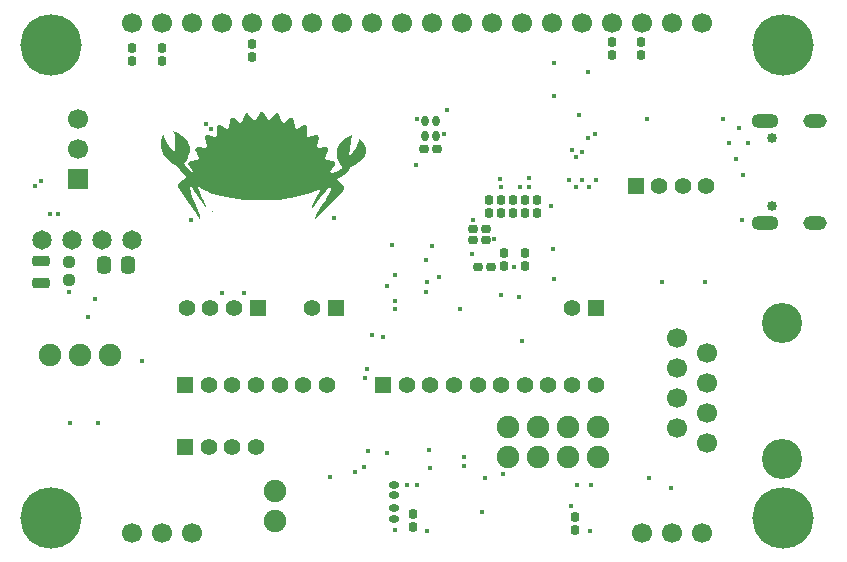
<source format=gbs>
%FSLAX46Y46*%
%MOMM*%
%ADD36C,0.000000*%
%AMPS33*
1,1,1.700000,0.000000,0.000000*
%
%ADD33PS33*%
%AMPS21*
1,1,1.700000,0.000000,0.000000*
%
%ADD21PS21*%
%AMPS14*
1,1,1.400000,0.000000,0.000000*
%
%ADD14PS14*%
%AMPS17*
1,1,1.400000,0.000000,0.000000*
%
%ADD17PS17*%
%AMPS32*
1,1,1.650000,0.000000,0.000000*
%
%ADD32PS32*%
%AMPS24*
1,1,1.900000,0.000000,0.000000*
%
%ADD24PS24*%
%AMPS31*
1,1,1.900000,0.000000,0.000000*
%
%ADD31PS31*%
%AMPS19*
1,1,1.700000,0.000000,0.000000*
%
%ADD19PS19*%
%AMPS35*
1,1,0.400000,0.000000,0.000000*
%
%ADD35PS35*%
%AMPS29*
21,1,1.100000,1.200000,0.000000,0.000000,180.000000*
1,1,1.200000,-0.550000,0.000000*
1,1,1.200000,0.550000,0.000000*
%
%ADD29PS29*%
%AMPS28*
21,1,0.800000,1.200000,0.000000,0.000000,180.000000*
1,1,1.200000,-0.400000,0.000000*
1,1,1.200000,0.400000,0.000000*
%
%ADD28PS28*%
%AMPS27*
1,1,0.850000,0.000000,0.000000*
%
%ADD27PS27*%
%AMPS22*
1,1,3.400000,0.000000,0.000000*
%
%ADD22PS22*%
%AMPS30*
1,1,0.700000,-0.250000,-0.375000*
1,1,0.700000,0.250000,0.375000*
1,1,0.700000,0.250000,-0.375000*
1,1,0.700000,-0.250000,0.375000*
21,1,1.200000,0.750000,0.000000,0.000000,180.000000*
21,1,0.500000,1.450000,0.000000,0.000000,180.000000*
%
%ADD30PS30*%
%AMPS11*
1,1,0.440000,0.180000,0.130000*
1,1,0.440000,-0.180000,-0.130000*
1,1,0.440000,-0.180000,0.130000*
1,1,0.440000,0.180000,-0.130000*
21,1,0.800000,0.260000,0.000000,0.000000,360.000000*
21,1,0.360000,0.700000,0.000000,0.000000,360.000000*
%
%ADD11PS11*%
%AMPS26*
1,1,0.440000,0.130000,-0.180000*
1,1,0.440000,-0.130000,0.180000*
1,1,0.440000,0.130000,0.180000*
1,1,0.440000,-0.130000,-0.180000*
21,1,0.800000,0.260000,0.000000,0.000000,270.000000*
21,1,0.360000,0.700000,0.000000,0.000000,270.000000*
%
%ADD26PS26*%
%AMPS20*
1,1,0.440000,-0.180000,-0.130000*
1,1,0.440000,0.180000,0.130000*
1,1,0.440000,0.180000,-0.130000*
1,1,0.440000,-0.180000,0.130000*
21,1,0.800000,0.260000,0.000000,0.000000,180.000000*
21,1,0.360000,0.700000,0.000000,0.000000,180.000000*
%
%ADD20PS20*%
%AMPS12*
1,1,0.440000,-0.130000,0.180000*
1,1,0.440000,0.130000,-0.180000*
1,1,0.440000,-0.130000,-0.180000*
1,1,0.440000,0.130000,0.180000*
21,1,0.800000,0.260000,0.000000,0.000000,90.000000*
21,1,0.360000,0.700000,0.000000,0.000000,90.000000*
%
%ADD12PS12*%
%AMPS25*
1,1,0.540000,0.480000,-0.180000*
1,1,0.540000,-0.480000,0.180000*
1,1,0.540000,0.480000,0.180000*
1,1,0.540000,-0.480000,-0.180000*
21,1,0.900000,0.960000,0.000000,0.000000,270.000000*
21,1,0.360000,1.500000,0.000000,0.000000,270.000000*
%
%ADD25PS25*%
%AMPS13*
1,1,0.560000,0.195000,-0.220000*
1,1,0.560000,-0.195000,0.220000*
1,1,0.560000,0.195000,0.220000*
1,1,0.560000,-0.195000,-0.220000*
21,1,1.000000,0.390000,0.000000,0.000000,270.000000*
21,1,0.440000,0.950000,0.000000,0.000000,270.000000*
%
%ADD13PS13*%
%AMPS16*
1,1,0.400000,-0.100000,-0.200000*
1,1,0.400000,0.100000,0.200000*
1,1,0.400000,0.100000,-0.200000*
1,1,0.400000,-0.100000,0.200000*
21,1,0.600000,0.400000,0.000000,0.000000,180.000000*
21,1,0.200000,0.800000,0.000000,0.000000,180.000000*
%
%ADD16PS16*%
%AMPS23*
1,1,0.400000,-0.200000,0.100000*
1,1,0.400000,0.200000,-0.100000*
1,1,0.400000,-0.200000,-0.100000*
1,1,0.400000,0.200000,0.100000*
21,1,0.600000,0.400000,0.000000,0.000000,90.000000*
21,1,0.200000,0.800000,0.000000,0.000000,90.000000*
%
%ADD23PS23*%
%AMPS15*
21,1,1.400000,1.400000,0.000000,0.000000,0.000000*
%
%ADD15PS15*%
%AMPS18*
21,1,1.400000,1.400000,0.000000,0.000000,180.000000*
%
%ADD18PS18*%
%AMPS34*
21,1,1.700000,1.700000,0.000000,0.000000,90.000000*
%
%ADD34PS34*%
%AMPS10*
1,1,5.200000,0.000000,0.000000*
%
%ADD10PS10*%
G01*
%LPD*%
G36*
X-17808971Y12401839D02*
X-17760601Y12409526D01*
X-17711220Y12404252D01*
X-17064449Y12245224D01*
X-16936958Y12354591D01*
X-16960189Y13047039D01*
X-16955643Y13098608D01*
X-16939034Y13146585D01*
X-16911370Y13188671D01*
X-16873885Y13222676D01*
X-16829387Y13245795D01*
X-16781578Y13256288D01*
X-16732814Y13253931D01*
X-16685342Y13238668D01*
X-16082003Y12951757D01*
X-15935097Y13033964D01*
X-15828480Y13716367D01*
X-15814282Y13765916D01*
X-15788975Y13809573D01*
X-15754017Y13845262D01*
X-15710921Y13871018D01*
X-15663055Y13884598D01*
X-15614179Y13885159D01*
X-15566764Y13872870D01*
X-15523163Y13848236D01*
X-14985197Y13444607D01*
X-14825216Y13495166D01*
X-14593352Y14142273D01*
X-14570177Y14188231D01*
X-14537238Y14225940D01*
X-14496275Y14253828D01*
X-14449083Y14270326D01*
X-14399534Y14273749D01*
X-14351556Y14264266D01*
X-14307338Y14242718D01*
X-14269237Y14209723D01*
X-13816396Y13703237D01*
X-13651982Y13720015D01*
X-13302335Y14309045D01*
X-13271023Y14349223D01*
X-13231687Y14379412D01*
X-13186291Y14398379D01*
X-13136967Y14405000D01*
X-13087755Y14398379D01*
X-13042414Y14379412D01*
X-13003079Y14349223D01*
X-12971878Y14309045D01*
X-12622175Y13720015D01*
X-12457537Y13703237D01*
X-12004752Y14209723D01*
X-11966538Y14242718D01*
X-11922265Y14264266D01*
X-11874231Y14273749D01*
X-11824738Y14270326D01*
X-11777602Y14253772D01*
X-11736639Y14225883D01*
X-11703756Y14188175D01*
X-11680637Y14142273D01*
X-11448605Y13495166D01*
X-11288568Y13444607D01*
X-10750771Y13848236D01*
X-10707058Y13872982D01*
X-10659585Y13885215D01*
X-10610653Y13884710D01*
X-10562732Y13871018D01*
X-10519692Y13845262D01*
X-10484733Y13809573D01*
X-10459426Y13765916D01*
X-10445229Y13716367D01*
X-10338556Y13033964D01*
X-10191650Y12951757D01*
X-9588366Y13238668D01*
X-9540894Y13253987D01*
X-9492019Y13256288D01*
X-9444153Y13245795D01*
X-9399712Y13222676D01*
X-9362283Y13188671D01*
X-9334675Y13146585D01*
X-9318009Y13098608D01*
X-9313520Y13047039D01*
X-9336639Y12354591D01*
X-9209147Y12245224D01*
X-8562489Y12404252D01*
X-8512996Y12409526D01*
X-8464626Y12401783D01*
X-8419678Y12381806D01*
X-8380398Y12350214D01*
X-8349928Y12309139D01*
X-8330793Y12262226D01*
X-8323443Y12211836D01*
X-8328549Y12160267D01*
X-8480842Y11485720D01*
X-8376302Y11353066D01*
X-7712248Y11377195D01*
X-7662924Y11372201D01*
X-7616967Y11354918D01*
X-7576565Y11326244D01*
X-7543851Y11287244D01*
X-7521741Y11240950D01*
X-7511697Y11191065D01*
X-7513941Y11140057D01*
X-7528587Y11090452D01*
X-7803658Y10461133D01*
X-7724874Y10307941D01*
X-7070640Y10196891D01*
X-7023055Y10182189D01*
X-6981250Y10155815D01*
X-6947021Y10119398D01*
X-6922275Y10074450D01*
X-6909368Y10024396D01*
X-6908919Y9973333D01*
X-6920591Y9923839D01*
X-6944159Y9878275D01*
X-7331178Y9317752D01*
X-7322424Y9287955D01*
X-7201666Y9159622D01*
X-6931477Y9274544D01*
X-6683453Y9407422D01*
X-6573694Y9480538D01*
X-6476504Y9558144D01*
X-6394297Y9640127D01*
X-6329429Y9726599D01*
X-6388237Y9800726D01*
X-6523640Y10005205D01*
X-6600853Y10147959D01*
X-6674138Y10313328D01*
X-6735807Y10497887D01*
X-6778229Y10698383D01*
X-6793605Y10911448D01*
X-6788835Y11021600D01*
X-6774358Y11133660D01*
X-6749331Y11247234D01*
X-6712744Y11361820D01*
X-6663644Y11477022D01*
X-6601078Y11592449D01*
X-6524032Y11707651D01*
X-6431668Y11822292D01*
X-6322864Y11935867D01*
X-6196775Y12047983D01*
X-6052450Y12158248D01*
X-5888821Y12266155D01*
X-5705047Y12371425D01*
X-5500063Y12473552D01*
X-5768175Y10619486D01*
X-5654881Y10709717D01*
X-5535526Y10823910D01*
X-5394119Y10985462D01*
X-5245585Y11195329D01*
X-5173254Y11318668D01*
X-5104682Y11454408D01*
X-5041722Y11602718D01*
X-4986282Y11763709D01*
X-4940156Y11937494D01*
X-4905197Y12124186D01*
X-4835783Y12067960D01*
X-4674063Y11909381D01*
X-4580353Y11796536D01*
X-4489672Y11663882D01*
X-4410775Y11513272D01*
X-4352361Y11346669D01*
X-4333563Y11257953D01*
X-4323181Y11165981D01*
X-4322228Y11070924D01*
X-4331879Y10973118D01*
X-4353146Y10872673D01*
X-4387207Y10769984D01*
X-4435073Y10665163D01*
X-4497865Y10558490D01*
X-4576649Y10450246D01*
X-4672548Y10340599D01*
X-4786628Y10229829D01*
X-4920011Y10118163D01*
X-5073763Y10005822D01*
X-5248952Y9893145D01*
X-5446698Y9780243D01*
X-5668124Y9667399D01*
X-5702803Y9585976D01*
X-5758468Y9491593D01*
X-5850720Y9367974D01*
X-5987694Y9220001D01*
X-6177640Y9052612D01*
X-6428863Y8870746D01*
X-6749443Y8679285D01*
X-6228311Y8125663D01*
X-6205922Y8100300D01*
X-6188133Y8067810D01*
X-6174947Y8021347D01*
X-6173263Y7960464D01*
X-6189761Y7884485D01*
X-6231342Y7793019D01*
X-6304739Y7685392D01*
X-6424430Y7547969D01*
X-6611009Y7350279D01*
X-7118730Y6836275D01*
X-8209138Y5767134D01*
X-8511537Y5428766D01*
X-8601825Y5340779D01*
X-8642227Y5317379D01*
X-8644191Y5349083D01*
X-8627918Y5422706D01*
X-8591444Y5533531D01*
X-8532804Y5676678D01*
X-8450092Y5847489D01*
X-8341399Y6041083D01*
X-8204761Y6252689D01*
X-8038215Y6477594D01*
X-7747656Y6929424D01*
X-7607540Y7166338D01*
X-7481957Y7394272D01*
X-7379267Y7601053D01*
X-7307834Y7774277D01*
X-7275962Y7901880D01*
X-7277420Y7944696D01*
X-7291954Y7971518D01*
X-7331851Y8012930D01*
X-7445707Y8111074D01*
X-7472361Y8034927D01*
X-7521685Y7944414D01*
X-7708881Y7690892D01*
X-8017060Y7303536D01*
X-8677129Y6499310D01*
X-8862363Y6242981D01*
X-8916961Y6176823D01*
X-8940586Y6159932D01*
X-8927174Y6243094D01*
X-8861128Y6441007D01*
X-8735993Y6722700D01*
X-8649185Y6885206D01*
X-8545149Y7057027D01*
X-8325687Y7473393D01*
X-8136077Y7885775D01*
X-8306496Y7791223D01*
X-8609512Y7652902D01*
X-8812029Y7572715D01*
X-9049166Y7488095D01*
X-9321545Y7401287D01*
X-9629610Y7314423D01*
X-9973814Y7229635D01*
X-10354773Y7149222D01*
X-10772935Y7075208D01*
X-11228863Y7009947D01*
X-11722947Y6955517D01*
X-12255863Y6914104D01*
X-12827946Y6887900D01*
X-13439814Y6879146D01*
X-14063355Y6891884D01*
X-14642845Y6926842D01*
X-15179127Y6981161D01*
X-15672931Y7051865D01*
X-16125155Y7135980D01*
X-16536583Y7230588D01*
X-16908003Y7332771D01*
X-17240198Y7439556D01*
X-17533956Y7548025D01*
X-17790172Y7655259D01*
X-18009635Y7758228D01*
X-18193071Y7854127D01*
X-18455293Y8012706D01*
X-18583289Y8107482D01*
X-18515503Y7891275D01*
X-18411580Y7620524D01*
X-18288690Y7331032D01*
X-18163948Y7058767D01*
X-18073099Y6882344D01*
X-17997289Y6715629D01*
X-17887811Y6427203D01*
X-17829957Y6224913D01*
X-17818061Y6140180D01*
X-17838655Y6157744D01*
X-17886240Y6225979D01*
X-18047848Y6489714D01*
X-18623354Y7318799D01*
X-18892084Y7717938D01*
X-19055432Y7978925D01*
X-19097798Y8069437D01*
X-19192294Y8004400D01*
X-19210083Y7982123D01*
X-19218387Y7942675D01*
X-19209353Y7818775D01*
X-19170972Y7645551D01*
X-19109078Y7435797D01*
X-18937537Y6958042D01*
X-18740856Y6487975D01*
X-18622681Y6250164D01*
X-18530037Y6029916D01*
X-18460399Y5831272D01*
X-18411243Y5658385D01*
X-18379875Y5515350D01*
X-18363883Y5406208D01*
X-18360628Y5335055D01*
X-18367586Y5305988D01*
X-18401311Y5334775D01*
X-18470780Y5432188D01*
X-18696751Y5799175D01*
X-19535713Y6982340D01*
X-19923742Y7548249D01*
X-20064925Y7764344D01*
X-20153810Y7912878D01*
X-20204537Y8025555D01*
X-20228329Y8117695D01*
X-20231415Y8190980D01*
X-20220024Y8247206D01*
X-20200385Y8287945D01*
X-20178668Y8314937D01*
X-20153810Y8334520D01*
X-19474829Y8834665D01*
X-19647044Y8993468D01*
X-19799786Y9149858D01*
X-20042311Y9432281D01*
X-20193987Y9635694D01*
X-20246454Y9713748D01*
X-20451832Y9841520D01*
X-20638186Y9969573D01*
X-20806248Y10097569D01*
X-20956915Y10225229D01*
X-21090971Y10352327D01*
X-21209204Y10478528D01*
X-21312509Y10603550D01*
X-21401675Y10727169D01*
X-21477541Y10848993D01*
X-21540894Y10968853D01*
X-21592575Y11086412D01*
X-21633426Y11201390D01*
X-21664289Y11313506D01*
X-21685893Y11422479D01*
X-21704916Y11629877D01*
X-21697004Y11821338D01*
X-21668778Y11994563D01*
X-21626805Y12147361D01*
X-21577705Y12277434D01*
X-21528044Y12382535D01*
X-21484443Y12460422D01*
X-21441628Y12525402D01*
X-21394212Y12307399D01*
X-21336190Y12110887D01*
X-21269470Y11934801D01*
X-21195848Y11778130D01*
X-21117344Y11639865D01*
X-21035698Y11518996D01*
X-20952931Y11414511D01*
X-20870835Y11325345D01*
X-20716353Y11188932D01*
X-20587291Y11101619D01*
X-20498799Y11055212D01*
X-20465972Y11041577D01*
X-20454188Y11513497D01*
X-20463054Y11897149D01*
X-20486734Y12200333D01*
X-20519280Y12430850D01*
X-20554858Y12596498D01*
X-20587572Y12705191D01*
X-20620791Y12782741D01*
X-20398074Y12677751D01*
X-20198420Y12570237D01*
X-20020763Y12460534D01*
X-19864036Y12349148D01*
X-19727230Y12236358D01*
X-19609222Y12122559D01*
X-19509115Y12008198D01*
X-19425673Y11893613D01*
X-19358000Y11779140D01*
X-19304972Y11665285D01*
X-19265579Y11552328D01*
X-19238757Y11440716D01*
X-19223438Y11330788D01*
X-19218612Y11222937D01*
X-19223213Y11117555D01*
X-19236176Y11015090D01*
X-19283032Y10820150D01*
X-19350874Y10641202D01*
X-19431284Y10481389D01*
X-19515848Y10343741D01*
X-19596204Y10231345D01*
X-19663934Y10147286D01*
X-19728241Y10076302D01*
X-19581277Y9749942D01*
X-19421577Y9593833D01*
X-19266477Y9453772D01*
X-18971486Y9217139D01*
X-18942250Y9317752D01*
X-19329213Y9878275D01*
X-19352837Y9923839D01*
X-19364509Y9973333D01*
X-19363948Y10024396D01*
X-19350985Y10074450D01*
X-19326295Y10119286D01*
X-19292122Y10155704D01*
X-19250261Y10182077D01*
X-19202676Y10196891D01*
X-18548442Y10307941D01*
X-18469826Y10461133D01*
X-18744729Y11090452D01*
X-18759543Y11140057D01*
X-18761788Y11191065D01*
X-18751687Y11240950D01*
X-18729522Y11287244D01*
X-18696976Y11326356D01*
X-18656685Y11355142D01*
X-18610785Y11372482D01*
X-18561237Y11377195D01*
X-17897182Y11353066D01*
X-17792305Y11485720D01*
X-17944879Y12160267D01*
X-17950041Y12211836D01*
X-17942690Y12262226D01*
X-17923500Y12309139D01*
X-17893086Y12350214D01*
X-17853862Y12381806D01*
X-17808971Y12401839D01*
D02*
G37*
G01*
%LPD*%
D36*
X-17372234Y5952711D02*
X-17374927Y5954842D01*
G75*
D10*
X-31000000Y20000000D03*
D10*
X31000000Y20000000D03*
D10*
X31000000Y-20000000D03*
D10*
X-31000000Y-20000000D03*
D11*
X5200000Y1250000D03*
D11*
X6300000Y1250000D03*
D12*
X-21625000Y18700000D03*
D12*
X-21625000Y19800000D03*
D12*
X8125000Y5825000D03*
D12*
X8125000Y6925000D03*
D11*
X575000Y11250000D03*
D11*
X1675000Y11250000D03*
D13*
X-29476681Y1673331D03*
D13*
X-29476681Y173331D03*
D14*
X-13625000Y-14000000D03*
D14*
X-15625000Y-14000000D03*
D15*
X-19625000Y-14000000D03*
D14*
X-17625000Y-14000000D03*
D16*
X675000Y12375000D03*
D16*
X1575000Y12375000D03*
D12*
X-24125000Y18700000D03*
D12*
X-24125000Y19800000D03*
D17*
X-19500000Y-2250000D03*
D17*
X-17500000Y-2250000D03*
D18*
X-13500000Y-2250000D03*
D17*
X-15500000Y-2250000D03*
D19*
X19050000Y21900000D03*
D19*
X-24130000Y21900000D03*
D19*
X-21590000Y21900000D03*
D19*
X-6350000Y21900000D03*
D19*
X11430000Y21900000D03*
D19*
X-19050000Y-21280000D03*
D19*
X19050000Y-21280000D03*
D19*
X8890000Y21900000D03*
D19*
X6350000Y21900000D03*
D19*
X-13970000Y21900000D03*
D19*
X-1270000Y21900000D03*
D19*
X21590000Y21900000D03*
D19*
X-11430000Y21900000D03*
D19*
X-24130000Y-21280000D03*
D19*
X-16510000Y21900000D03*
D19*
X24130000Y21900000D03*
D19*
X24130000Y-21280000D03*
D19*
X16510000Y21900000D03*
D19*
X-3810000Y21900000D03*
D19*
X-19050000Y21900000D03*
D19*
X13970000Y21900000D03*
D19*
X-8890000Y21900000D03*
D19*
X1270000Y21900000D03*
D19*
X-21590000Y-21280000D03*
D19*
X3810000Y21900000D03*
D19*
X21590000Y-21280000D03*
D20*
X5800000Y4500000D03*
D20*
X4700000Y4500000D03*
D12*
X7125000Y5825000D03*
D12*
X7125000Y6925000D03*
D21*
X21985002Y-4780000D03*
D21*
X24525002Y-8590000D03*
D21*
X21985002Y-12400000D03*
D21*
X21985002Y-9860000D03*
D21*
X24525002Y-13670000D03*
D21*
X24525002Y-6050000D03*
D22*
X30875002Y-14975000D03*
D21*
X24525002Y-11130000D03*
D22*
X30875002Y-3475000D03*
D21*
X21985002Y-7320000D03*
D12*
X6125000Y5825000D03*
D12*
X6125000Y6925000D03*
D14*
X3125000Y-8750000D03*
D14*
X7125000Y-8750000D03*
D14*
X13125000Y-8750000D03*
D14*
X11125000Y-8750000D03*
D14*
X1125000Y-8750000D03*
D14*
X15125000Y-8750000D03*
D14*
X9125000Y-8750000D03*
D15*
X-2875000Y-8750000D03*
D14*
X-875000Y-8750000D03*
D14*
X5125000Y-8750000D03*
D14*
X-13625000Y-8750000D03*
D14*
X-9625000Y-8750000D03*
D14*
X-15625000Y-8750000D03*
D14*
X-7625000Y-8750000D03*
D15*
X-19625000Y-8750000D03*
D14*
X-17625000Y-8750000D03*
D14*
X-11625000Y-8750000D03*
D12*
X16500000Y19200000D03*
D12*
X16500000Y20300000D03*
D12*
X9125000Y5825000D03*
D12*
X9125000Y6925000D03*
D12*
X10125000Y5825000D03*
D12*
X10125000Y6925000D03*
D14*
X24500000Y8125000D03*
D14*
X22500000Y8125000D03*
D15*
X18500000Y8125000D03*
D14*
X20500000Y8125000D03*
D23*
X-1950000Y-17185000D03*
D23*
X-1950000Y-18085000D03*
D24*
X-12000000Y-17730000D03*
D24*
X-12000000Y-20270000D03*
D12*
X9125000Y1325000D03*
D12*
X9125000Y2425000D03*
D25*
X-31851681Y-151669D03*
D25*
X-31851681Y1748331D03*
D26*
X7375000Y2425000D03*
D26*
X7375000Y1325000D03*
D27*
X30020000Y12202500D03*
D28*
X33700000Y4992500D03*
D29*
X29500000Y13632500D03*
D29*
X29500000Y4992500D03*
D28*
X33700000Y13632500D03*
D27*
X30020000Y6422500D03*
D30*
X-26476569Y1423347D03*
D30*
X-24476569Y1423347D03*
D31*
X-25960000Y-6249988D03*
D31*
X-28500000Y-6249988D03*
D31*
X-31040000Y-6249988D03*
D16*
X675000Y13625000D03*
D16*
X1575000Y13625000D03*
D12*
X19000000Y19200000D03*
D12*
X19000000Y20300000D03*
D18*
X-6875000Y-2250000D03*
D17*
X-8875000Y-2250000D03*
D20*
X5800000Y3500000D03*
D20*
X4700000Y3500000D03*
D32*
X-29246681Y3548331D03*
D32*
X-26706681Y3548331D03*
D32*
X-24166681Y3548331D03*
D32*
X-31786681Y3548331D03*
D12*
X13375000Y-21050000D03*
D12*
X13375000Y-19950000D03*
D31*
X12790000Y-14875000D03*
D31*
X7710000Y-12335000D03*
D31*
X15330000Y-12335000D03*
D31*
X15330000Y-14875000D03*
D31*
X10250000Y-12335000D03*
D31*
X7710000Y-14875000D03*
D31*
X12790000Y-12335000D03*
D31*
X10250000Y-14875000D03*
D12*
X-375000Y-20800000D03*
D12*
X-375000Y-19700000D03*
D12*
X-13970000Y19045000D03*
D12*
X-13970000Y20145000D03*
D33*
X-28700002Y11250000D03*
D33*
X-28700002Y13790000D03*
D34*
X-28700002Y8710000D03*
D23*
X-1950000Y-19185000D03*
D23*
X-1950000Y-20085000D03*
D18*
X15125000Y-2250000D03*
D17*
X13125000Y-2250000D03*
D35*
X33125000Y20000000D03*
D35*
X-2500000Y-375000D03*
D35*
X27000000Y10375000D03*
D35*
X875000Y-21125000D03*
D35*
X5500000Y-19500000D03*
D35*
X9500000Y8000000D03*
D35*
X-4375000Y-8125000D03*
D35*
X13575000Y-17250000D03*
D35*
X14500000Y17750000D03*
D35*
X-31875000Y8500000D03*
D35*
X13750000Y14125000D03*
D35*
X14550000Y8000000D03*
D35*
X-31000000Y22000000D03*
D35*
X-125000Y9875000D03*
D35*
X-27250000Y-1500000D03*
D35*
X-29500000Y-18500000D03*
D35*
X7250000Y-16250000D03*
D35*
X14000000Y8625000D03*
D35*
X-1875000Y-2325003D03*
D35*
X875000Y0D03*
D35*
X1000000Y-14250000D03*
D35*
X2500000Y14500000D03*
D35*
X4000000Y-15625003D03*
D35*
X1831352Y411422D03*
D35*
X0Y-17250000D03*
D35*
X-5250000Y-16125000D03*
D35*
X4750000Y5250000D03*
D35*
X-29500000Y18500000D03*
D35*
X31000000Y-18000000D03*
D35*
X-7000000Y5375000D03*
D35*
X28875000Y-20000000D03*
D35*
X-28875000Y20000000D03*
D35*
X15125000Y8625000D03*
D35*
X13000000Y-19000000D03*
D35*
X26375000Y11750000D03*
D35*
X-27000000Y-12000000D03*
D35*
X13125000Y11125000D03*
D35*
X-14625000Y-1000000D03*
D35*
X29500000Y-21375000D03*
D35*
X33125000Y-20000000D03*
D35*
X3625000Y-2300000D03*
D35*
X25875000Y13750000D03*
D35*
X14000000Y11000000D03*
D35*
X8875000Y-5000000D03*
D35*
X-17875000Y13375000D03*
D35*
X-4125000Y-14325000D03*
D35*
X28000000Y11750000D03*
D35*
X-32500000Y-21375000D03*
D35*
X-17449994Y12949994D03*
D35*
X750000Y-875000D03*
D35*
X13489083Y10536913D03*
D35*
X31000000Y18000000D03*
D35*
X14750000Y-17250000D03*
D35*
X27250000Y13000000D03*
D35*
X-33125000Y20000000D03*
D35*
X-1875000Y-21000000D03*
D35*
X-7400018Y-16500000D03*
D35*
X-32500000Y18625000D03*
D35*
X32500000Y-18500000D03*
D35*
X-4250000Y-7375000D03*
D35*
X19500000Y13750000D03*
D35*
X800000Y1875000D03*
D35*
X-23250000Y-6750000D03*
D35*
X-33125000Y-20000000D03*
D35*
X-32500000Y21500000D03*
D35*
X-31070024Y5695024D03*
D35*
X31000000Y-22000000D03*
D35*
X27625000Y9062500D03*
D35*
X21500000Y-17500000D03*
D35*
X9513909Y8763909D03*
D35*
X8250000Y1250000D03*
D35*
X2250000Y12500000D03*
D35*
X12875000Y8625000D03*
D35*
X-30375000Y5750000D03*
D35*
X-4484235Y-15729413D03*
D35*
X-1875000Y550000D03*
D35*
X-2500000Y-14500000D03*
D35*
X11625000Y18500000D03*
D35*
X-27875000Y-2950000D03*
D35*
X-32500000Y-18500000D03*
D35*
X11625000Y250000D03*
D35*
X1250000Y3000000D03*
D35*
X14625000Y-21125000D03*
D35*
X24375000Y0D03*
D35*
X-875000Y-17250000D03*
D35*
X-2875000Y-4674920D03*
D35*
X27500000Y5250000D03*
D35*
X19625000Y-16625000D03*
D35*
X-29500000Y-875000D03*
D35*
X-32375000Y8125000D03*
D35*
X29500000Y18625000D03*
D35*
X-29500000Y-21500000D03*
D35*
X6987718Y8686409D03*
D35*
X-31000000Y-22000000D03*
D35*
X-31000000Y18000000D03*
D35*
X11625000Y15750000D03*
D35*
X-31000000Y-18000000D03*
D35*
X32500000Y-21500000D03*
D35*
X13425000Y8000000D03*
D35*
X-29500000Y21500000D03*
D35*
X32500000Y18500000D03*
D35*
X4625000Y2375000D03*
D35*
X8750000Y8000000D03*
D35*
X-16500000Y-1000000D03*
D35*
X7125000Y-1125000D03*
D35*
X5750000Y-16625000D03*
D35*
X29500000Y-18500000D03*
D35*
X14500000Y12125000D03*
D35*
X4000000Y-14875000D03*
D35*
X1125000Y-15800000D03*
D35*
X-28875000Y-20000000D03*
D35*
X-1877465Y-1622156D03*
D35*
X6488108Y3640926D03*
D35*
X-19125000Y5250000D03*
D35*
X-3853759Y-4521651D03*
D35*
X0Y13750000D03*
D35*
X20750000Y0D03*
D35*
X28875000Y20000000D03*
D35*
X31000000Y22000000D03*
D35*
X11500000Y2750000D03*
D35*
X32500000Y21500000D03*
D35*
X29500000Y21500000D03*
D35*
X15100000Y12500000D03*
D35*
X-2125000Y3125000D03*
D35*
X11375000Y6375000D03*
D35*
X-29375000Y-12000000D03*
D35*
X7125000Y8000000D03*
D35*
X8612490Y-1265309D03*
M02*

</source>
